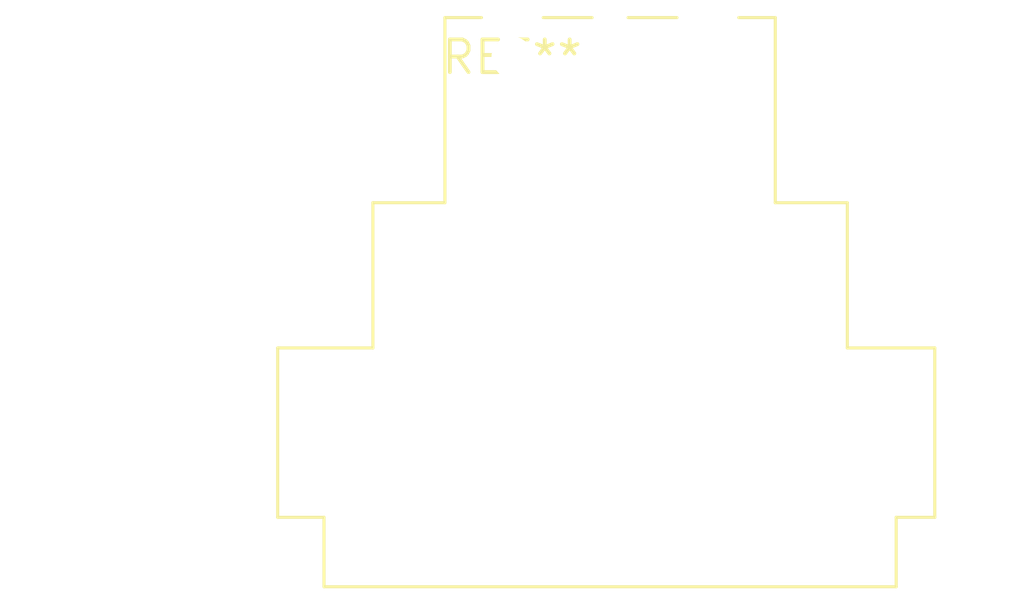
<source format=kicad_pcb>
(kicad_pcb (version 20240108) (generator pcbnew)
  (layers (0 "F.Cu" signal) (31 "B.Cu" signal) (34 "B.Paste" user) (35 "F.Paste" user) (36 "B.SilkS" user "B.Silkscreen") (37 "F.SilkS" user "F.Silkscreen") (38 "B.Mask" user) (39 "F.Mask" user) (44 "Edge.Cuts" user))
  (net 0 "")
  (footprint "Jack_XLR_Neutrik_NC3MAAH-1_Horizontal" (layer "F.Cu") (at 0 0)
    (property "Reference" "REF**")
    (property "Value" "Jack_XLR_Neutrik_NC3MAAH-1_Horizontal")
    (fp_line (start -9.11 11.31) (end -5.41 11.31) (layer "F.SilkS") (stroke (width 0.12)))
    (fp_line (start -9.11 17.9) (end -9.11 11.31) (layer "F.SilkS") (stroke (width 0.12)))
    (fp_line (start -7.31 17.9) (end -9.11 17.9) (layer "F.SilkS") (stroke (width 0.12)))
    (fp_line (start -7.31 17.9) (end -7.31 20.6) (layer "F.SilkS") (stroke (width 0.12)))
    (fp_line (start -5.41 11.31) (end -5.41 5.66) (layer "F.SilkS") (stroke (width 0.12)))
    (fp_line (start -2.61 5.66) (end -5.41 5.66) (layer "F.SilkS") (stroke (width 0.12)))
    (fp_line (start -2.61 5.66) (end -2.61 -1.54) (layer "F.SilkS") (stroke (width 0.12)))
    (fp_line (start -1.19 -1.54) (end -2.61 -1.54) (layer "F.SilkS") (stroke (width 0.12)))
    (fp_line (start 3.11 -1.54) (end 1.21 -1.54) (layer "F.SilkS") (stroke (width 0.12)))
    (fp_line (start 4.51 -1.54) (end 6.41 -1.54) (layer "F.SilkS") (stroke (width 0.12)))
    (fp_line (start 10.23 -1.54) (end 8.81 -1.54) (layer "F.SilkS") (stroke (width 0.12)))
    (fp_line (start 10.23 5.66) (end 10.23 -1.54) (layer "F.SilkS") (stroke (width 0.12)))
    (fp_line (start 10.23 5.66) (end 13.03 5.66) (layer "F.SilkS") (stroke (width 0.12)))
    (fp_line (start 13.03 11.31) (end 13.03 5.66) (layer "F.SilkS") (stroke (width 0.12)))
    (fp_line (start 13.03 11.31) (end 16.43 11.31) (layer "F.SilkS") (stroke (width 0.12)))
    (fp_line (start 14.93 17.9) (end 14.93 20.6) (layer "F.SilkS") (stroke (width 0.12)))
    (fp_line (start 14.93 20.6) (end -7.31 20.6) (layer "F.SilkS") (stroke (width 0.12)))
    (fp_line (start 16.43 17.9) (end 14.93 17.9) (layer "F.SilkS") (stroke (width 0.12)))
    (fp_line (start 16.43 17.9) (end 16.43 11.31) (layer "F.SilkS") (stroke (width 0.12)))
    (pad "" np_thru_hole circle (at 0 8.89) (size 1.6 1.6) (drill 1.6) (layers *.Cu *.Mask))
    (pad "" np_thru_hole circle (at 7.62 13.97) (size 1.6 1.6) (drill 1.6) (layers *.Cu *.Mask))
    (pad "1" thru_hole circle (at 0 0) (size 3.4 3.4) (drill 1.6) (layers *.Cu *.Mask) (remove_unused_layers))
    (pad "2" thru_hole circle (at 7.62 0) (size 3.4 3.4) (drill 1.6) (layers *.Cu *.Mask) (remove_unused_layers))
    (pad "3" thru_hole circle (at 3.81 0) (size 2.9 2.9) (drill 1.2) (layers *.Cu *.Mask) (remove_unused_layers))
  )
)
</source>
